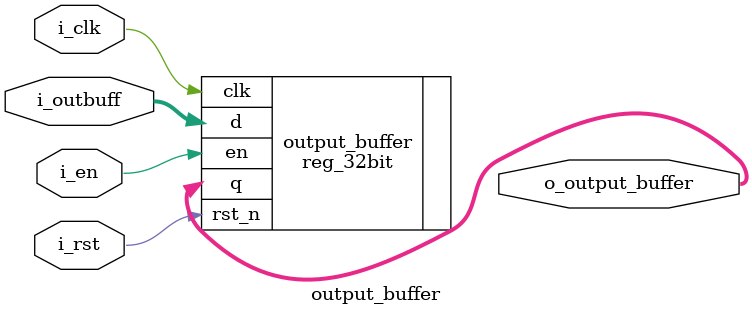
<source format=sv>
module output_buffer (
	input logic 				i_clk, i_rst,
	input logic 				i_en,
	input logic		[31:0]	i_outbuff,
	output logic 	[31:0]	o_output_buffer
);

// Output Buffer
reg_32bit output_buffer (
	.clk		(		i_clk				),
	.rst_n	(		i_rst				),
	.en		(		i_en				),
	.d			(		i_outbuff		),
	.q			(	o_output_buffer	)
);

endmodule : output_buffer
</source>
